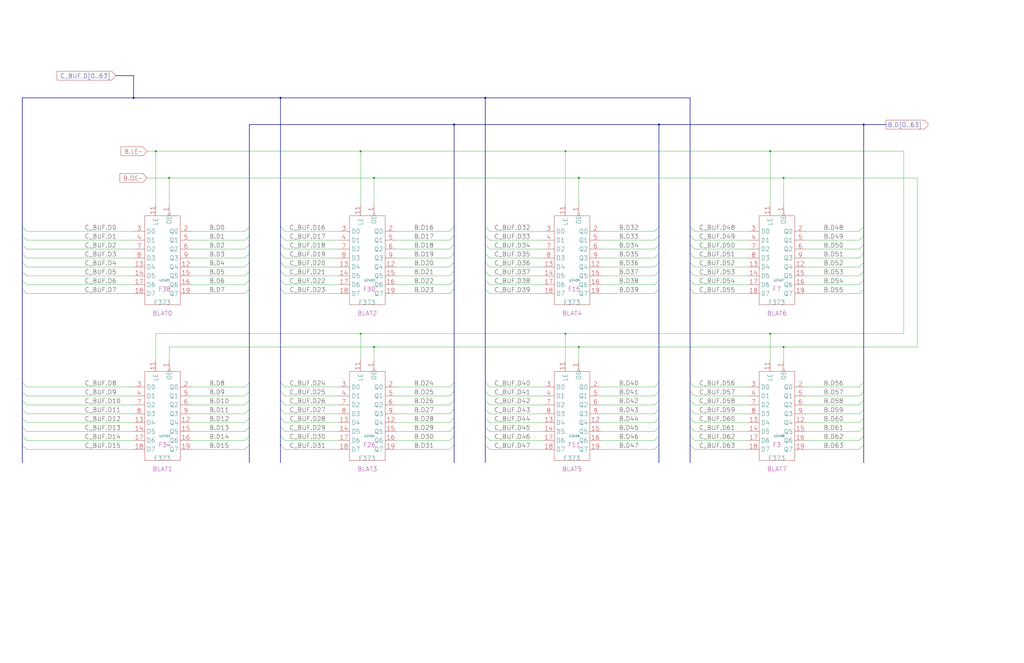
<source format=kicad_sch>
(kicad_sch (version 20250114) (generator "eeschema") (generator_version "9.0")
  (paper "User" 584.2 378.46)
  (title_block (title "B LATCH") (date "15-MAR-90") (rev "1.0") (comment 1 "TYPE") (comment 2 "232-003062") (comment 3 "S400") (comment 4 "RELEASED"))
  (lib_symbols
    (symbol "r1000:F373" (pin_names (offset 1.016))
      (property "Reference" "U" (at 2.54 5.08 0))
      (property "Value" "F373" (at -3.81 -7.62 0))
      (property "Location" "___" (at -1.27 0 0))
      (property "Name" "______" (at 1.27 -15.24 0))
      (symbol "F373_1_1"
        (rectangle (start -8.89 41.91) (end 11.43 -8.89))
        (circle (center 5.08 42.545) (radius 0.635))
        (pin input line (at -15.24 33.02 0) (length 6.35) (name "D0") (number "3"))
        (pin input line (at -15.24 27.94 0) (length 6.35) (name "D1") (number "4"))
        (pin input line (at -15.24 22.86 0) (length 6.35) (name "D2") (number "7"))
        (pin input line (at -15.24 17.78 0) (length 6.35) (name "D3") (number "8"))
        (pin input line (at -15.24 12.7 0) (length 6.35) (name "D4") (number "13"))
        (pin input line (at -15.24 7.62 0) (length 6.35) (name "D5") (number "14"))
        (pin input line (at -15.24 2.54 0) (length 6.35) (name "D6") (number "17"))
        (pin input line (at -15.24 -2.54 0) (length 6.35) (name "D7") (number "18"))
        (pin input line (at -2.54 48.26 270) (length 6.35) (name "LE") (number "11"))
        (pin input line (at 5.08 48.26 270) (length 5.08) (name "OE") (number "1"))
        (pin tri_state line (at 17.78 33.02 180) (length 6.35) (name "Q0") (number "2"))
        (pin tri_state line (at 17.78 27.94 180) (length 6.35) (name "Q1") (number "5"))
        (pin tri_state line (at 17.78 22.86 180) (length 6.35) (name "Q2") (number "6"))
        (pin tri_state line (at 17.78 17.78 180) (length 6.35) (name "Q3") (number "9"))
        (pin tri_state line (at 17.78 12.7 180) (length 6.35) (name "Q4") (number "12"))
        (pin tri_state line (at 17.78 7.62 180) (length 6.35) (name "Q5") (number "15"))
        (pin tri_state line (at 17.78 2.54 180) (length 6.35) (name "Q6") (number "16"))
        (pin tri_state line (at 17.78 -2.54 180) (length 6.35) (name "Q7") (number "19"))
      )
    )
  )
  (junction (at 76.2 55.88))
  (junction (at 276.86 55.88))
  (junction (at 213.36 198.12))
  (junction (at 447.04 198.12))
  (junction (at 259.08 71.12))
  (junction (at 88.9 86.36))
  (junction (at 447.04 101.6))
  (junction (at 96.52 101.6))
  (junction (at 205.74 190.5))
  (junction (at 160.02 55.88))
  (junction (at 375.92 71.12))
  (junction (at 439.42 86.36))
  (junction (at 330.2 101.6))
  (junction (at 322.58 86.36))
  (junction (at 205.74 86.36))
  (junction (at 213.36 101.6))
  (junction (at 322.58 190.5))
  (junction (at 439.42 190.5))
  (junction (at 330.2 198.12))
  (junction (at 492.76 71.12))
  (bus_entry (at 492.76 154.94) (size -2.54 2.54))
  (bus_entry (at 492.76 134.62) (size -2.54 2.54))
  (bus_entry (at 12.7 160.02) (size 2.54 2.54))
  (bus_entry (at 393.7 228.6) (size 2.54 2.54))
  (bus_entry (at 142.24 228.6) (size -2.54 2.54))
  (bus_entry (at 142.24 218.44) (size -2.54 2.54))
  (bus_entry (at 259.08 134.62) (size -2.54 2.54))
  (bus_entry (at 375.92 154.94) (size -2.54 2.54))
  (bus_entry (at 375.92 223.52) (size -2.54 2.54))
  (bus_entry (at 492.76 228.6) (size -2.54 2.54))
  (bus_entry (at 276.86 149.86) (size 2.54 2.54))
  (bus_entry (at 276.86 254) (size 2.54 2.54))
  (bus_entry (at 393.7 233.68) (size 2.54 2.54))
  (bus_entry (at 375.92 160.02) (size -2.54 2.54))
  (bus_entry (at 492.76 248.92) (size -2.54 2.54))
  (bus_entry (at 12.7 129.54) (size 2.54 2.54))
  (bus_entry (at 142.24 238.76) (size -2.54 2.54))
  (bus_entry (at 142.24 134.62) (size -2.54 2.54))
  (bus_entry (at 142.24 149.86) (size -2.54 2.54))
  (bus_entry (at 276.86 165.1) (size 2.54 2.54))
  (bus_entry (at 142.24 139.7) (size -2.54 2.54))
  (bus_entry (at 276.86 154.94) (size 2.54 2.54))
  (bus_entry (at 492.76 218.44) (size -2.54 2.54))
  (bus_entry (at 375.92 254) (size -2.54 2.54))
  (bus_entry (at 160.02 139.7) (size 2.54 2.54))
  (bus_entry (at 259.08 254) (size -2.54 2.54))
  (bus_entry (at 375.92 149.86) (size -2.54 2.54))
  (bus_entry (at 276.86 248.92) (size 2.54 2.54))
  (bus_entry (at 142.24 254) (size -2.54 2.54))
  (bus_entry (at 375.92 165.1) (size -2.54 2.54))
  (bus_entry (at 375.92 134.62) (size -2.54 2.54))
  (bus_entry (at 375.92 238.76) (size -2.54 2.54))
  (bus_entry (at 160.02 129.54) (size 2.54 2.54))
  (bus_entry (at 375.92 129.54) (size -2.54 2.54))
  (bus_entry (at 160.02 144.78) (size 2.54 2.54))
  (bus_entry (at 160.02 160.02) (size 2.54 2.54))
  (bus_entry (at 12.7 154.94) (size 2.54 2.54))
  (bus_entry (at 375.92 139.7) (size -2.54 2.54))
  (bus_entry (at 259.08 139.7) (size -2.54 2.54))
  (bus_entry (at 259.08 238.76) (size -2.54 2.54))
  (bus_entry (at 142.24 144.78) (size -2.54 2.54))
  (bus_entry (at 492.76 254) (size -2.54 2.54))
  (bus_entry (at 393.7 238.76) (size 2.54 2.54))
  (bus_entry (at 12.7 218.44) (size 2.54 2.54))
  (bus_entry (at 142.24 223.52) (size -2.54 2.54))
  (bus_entry (at 142.24 248.92) (size -2.54 2.54))
  (bus_entry (at 492.76 238.76) (size -2.54 2.54))
  (bus_entry (at 375.92 243.84) (size -2.54 2.54))
  (bus_entry (at 259.08 144.78) (size -2.54 2.54))
  (bus_entry (at 276.86 218.44) (size 2.54 2.54))
  (bus_entry (at 393.7 149.86) (size 2.54 2.54))
  (bus_entry (at 276.86 238.76) (size 2.54 2.54))
  (bus_entry (at 12.7 228.6) (size 2.54 2.54))
  (bus_entry (at 160.02 218.44) (size 2.54 2.54))
  (bus_entry (at 393.7 248.92) (size 2.54 2.54))
  (bus_entry (at 276.86 144.78) (size 2.54 2.54))
  (bus_entry (at 393.7 165.1) (size 2.54 2.54))
  (bus_entry (at 259.08 218.44) (size -2.54 2.54))
  (bus_entry (at 375.92 144.78) (size -2.54 2.54))
  (bus_entry (at 12.7 243.84) (size 2.54 2.54))
  (bus_entry (at 393.7 139.7) (size 2.54 2.54))
  (bus_entry (at 259.08 243.84) (size -2.54 2.54))
  (bus_entry (at 142.24 165.1) (size -2.54 2.54))
  (bus_entry (at 492.76 165.1) (size -2.54 2.54))
  (bus_entry (at 393.7 144.78) (size 2.54 2.54))
  (bus_entry (at 142.24 160.02) (size -2.54 2.54))
  (bus_entry (at 393.7 223.52) (size 2.54 2.54))
  (bus_entry (at 12.7 223.52) (size 2.54 2.54))
  (bus_entry (at 276.86 134.62) (size 2.54 2.54))
  (bus_entry (at 160.02 165.1) (size 2.54 2.54))
  (bus_entry (at 492.76 223.52) (size -2.54 2.54))
  (bus_entry (at 492.76 149.86) (size -2.54 2.54))
  (bus_entry (at 375.92 233.68) (size -2.54 2.54))
  (bus_entry (at 393.7 243.84) (size 2.54 2.54))
  (bus_entry (at 259.08 228.6) (size -2.54 2.54))
  (bus_entry (at 142.24 233.68) (size -2.54 2.54))
  (bus_entry (at 393.7 129.54) (size 2.54 2.54))
  (bus_entry (at 142.24 243.84) (size -2.54 2.54))
  (bus_entry (at 259.08 160.02) (size -2.54 2.54))
  (bus_entry (at 492.76 233.68) (size -2.54 2.54))
  (bus_entry (at 276.86 228.6) (size 2.54 2.54))
  (bus_entry (at 142.24 154.94) (size -2.54 2.54))
  (bus_entry (at 375.92 248.92) (size -2.54 2.54))
  (bus_entry (at 393.7 160.02) (size 2.54 2.54))
  (bus_entry (at 276.86 223.52) (size 2.54 2.54))
  (bus_entry (at 375.92 218.44) (size -2.54 2.54))
  (bus_entry (at 276.86 129.54) (size 2.54 2.54))
  (bus_entry (at 276.86 233.68) (size 2.54 2.54))
  (bus_entry (at 393.7 134.62) (size 2.54 2.54))
  (bus_entry (at 12.7 144.78) (size 2.54 2.54))
  (bus_entry (at 259.08 248.92) (size -2.54 2.54))
  (bus_entry (at 12.7 248.92) (size 2.54 2.54))
  (bus_entry (at 12.7 238.76) (size 2.54 2.54))
  (bus_entry (at 492.76 129.54) (size -2.54 2.54))
  (bus_entry (at 160.02 154.94) (size 2.54 2.54))
  (bus_entry (at 142.24 129.54) (size -2.54 2.54))
  (bus_entry (at 12.7 165.1) (size 2.54 2.54))
  (bus_entry (at 259.08 223.52) (size -2.54 2.54))
  (bus_entry (at 12.7 149.86) (size 2.54 2.54))
  (bus_entry (at 492.76 243.84) (size -2.54 2.54))
  (bus_entry (at 160.02 223.52) (size 2.54 2.54))
  (bus_entry (at 160.02 248.92) (size 2.54 2.54))
  (bus_entry (at 259.08 165.1) (size -2.54 2.54))
  (bus_entry (at 375.92 228.6) (size -2.54 2.54))
  (bus_entry (at 160.02 149.86) (size 2.54 2.54))
  (bus_entry (at 12.7 139.7) (size 2.54 2.54))
  (bus_entry (at 492.76 139.7) (size -2.54 2.54))
  (bus_entry (at 160.02 254) (size 2.54 2.54))
  (bus_entry (at 492.76 144.78) (size -2.54 2.54))
  (bus_entry (at 259.08 154.94) (size -2.54 2.54))
  (bus_entry (at 160.02 228.6) (size 2.54 2.54))
  (bus_entry (at 12.7 233.68) (size 2.54 2.54))
  (bus_entry (at 160.02 243.84) (size 2.54 2.54))
  (bus_entry (at 393.7 254) (size 2.54 2.54))
  (bus_entry (at 12.7 134.62) (size 2.54 2.54))
  (bus_entry (at 160.02 238.76) (size 2.54 2.54))
  (bus_entry (at 276.86 160.02) (size 2.54 2.54))
  (bus_entry (at 259.08 149.86) (size -2.54 2.54))
  (bus_entry (at 276.86 243.84) (size 2.54 2.54))
  (bus_entry (at 492.76 160.02) (size -2.54 2.54))
  (bus_entry (at 276.86 139.7) (size 2.54 2.54))
  (bus_entry (at 160.02 233.68) (size 2.54 2.54))
  (bus_entry (at 393.7 218.44) (size 2.54 2.54))
  (bus_entry (at 12.7 254) (size 2.54 2.54))
  (bus_entry (at 259.08 233.68) (size -2.54 2.54))
  (bus_entry (at 160.02 134.62) (size 2.54 2.54))
  (bus_entry (at 393.7 154.94) (size 2.54 2.54))
  (bus_entry (at 259.08 129.54) (size -2.54 2.54))
  (bus (pts (xy 142.24 218.44) (xy 142.24 223.52)))
  (bus (pts (xy 393.7 233.68) (xy 393.7 238.76)))
  (wire (pts (xy 447.04 198.12) (xy 330.2 198.12)))
  (wire (pts (xy 342.9 226.06) (xy 373.38 226.06)))
  (bus (pts (xy 259.08 218.44) (xy 259.08 223.52)))
  (bus (pts (xy 492.76 149.86) (xy 492.76 154.94)))
  (wire (pts (xy 96.52 198.12) (xy 96.52 205.74)))
  (bus (pts (xy 259.08 154.94) (xy 259.08 160.02)))
  (bus (pts (xy 12.7 223.52) (xy 12.7 228.6)))
  (bus (pts (xy 276.86 254) (xy 276.86 264.16)))
  (bus (pts (xy 12.7 243.84) (xy 12.7 248.92)))
  (wire (pts (xy 226.06 137.16) (xy 256.54 137.16)))
  (bus (pts (xy 142.24 243.84) (xy 142.24 248.92)))
  (bus (pts (xy 276.86 223.52) (xy 276.86 228.6)))
  (wire (pts (xy 162.56 256.54) (xy 193.04 256.54)))
  (wire (pts (xy 279.4 226.06) (xy 309.88 226.06)))
  (bus (pts (xy 259.08 71.12) (xy 259.08 129.54)))
  (wire (pts (xy 162.56 167.64) (xy 193.04 167.64)))
  (wire (pts (xy 330.2 101.6) (xy 447.04 101.6)))
  (wire (pts (xy 342.9 147.32) (xy 373.38 147.32)))
  (wire (pts (xy 330.2 198.12) (xy 330.2 205.74)))
  (wire (pts (xy 109.22 231.14) (xy 139.7 231.14)))
  (bus (pts (xy 12.7 139.7) (xy 12.7 144.78)))
  (bus (pts (xy 160.02 139.7) (xy 160.02 144.78)))
  (wire (pts (xy 109.22 241.3) (xy 139.7 241.3)))
  (wire (pts (xy 342.9 142.24) (xy 373.38 142.24)))
  (wire (pts (xy 396.24 241.3) (xy 426.72 241.3)))
  (wire (pts (xy 459.74 142.24) (xy 490.22 142.24)))
  (bus (pts (xy 276.86 55.88) (xy 276.86 129.54)))
  (bus (pts (xy 12.7 129.54) (xy 12.7 134.62)))
  (wire (pts (xy 213.36 198.12) (xy 96.52 198.12)))
  (wire (pts (xy 15.24 256.54) (xy 76.2 256.54)))
  (bus (pts (xy 259.08 144.78) (xy 259.08 149.86)))
  (bus (pts (xy 492.76 248.92) (xy 492.76 254)))
  (bus (pts (xy 160.02 223.52) (xy 160.02 228.6)))
  (bus (pts (xy 142.24 149.86) (xy 142.24 154.94)))
  (bus (pts (xy 142.24 160.02) (xy 142.24 165.1)))
  (wire (pts (xy 342.9 220.98) (xy 373.38 220.98)))
  (wire (pts (xy 279.4 162.56) (xy 309.88 162.56)))
  (wire (pts (xy 459.74 152.4) (xy 490.22 152.4)))
  (bus (pts (xy 160.02 134.62) (xy 160.02 139.7)))
  (wire (pts (xy 15.24 157.48) (xy 76.2 157.48)))
  (wire (pts (xy 226.06 256.54) (xy 256.54 256.54)))
  (bus (pts (xy 276.86 243.84) (xy 276.86 248.92)))
  (bus (pts (xy 259.08 248.92) (xy 259.08 254)))
  (wire (pts (xy 15.24 167.64) (xy 76.2 167.64)))
  (wire (pts (xy 15.24 142.24) (xy 76.2 142.24)))
  (wire (pts (xy 447.04 101.6) (xy 447.04 116.84)))
  (bus (pts (xy 142.24 129.54) (xy 142.24 134.62)))
  (bus (pts (xy 276.86 165.1) (xy 276.86 218.44)))
  (wire (pts (xy 396.24 231.14) (xy 426.72 231.14)))
  (bus (pts (xy 259.08 228.6) (xy 259.08 233.68)))
  (wire (pts (xy 523.24 101.6) (xy 523.24 198.12)))
  (bus (pts (xy 276.86 149.86) (xy 276.86 154.94)))
  (bus (pts (xy 276.86 55.88) (xy 393.7 55.88)))
  (bus (pts (xy 492.76 223.52) (xy 492.76 228.6)))
  (wire (pts (xy 342.9 256.54) (xy 373.38 256.54)))
  (wire (pts (xy 279.4 132.08) (xy 309.88 132.08)))
  (wire (pts (xy 15.24 162.56) (xy 76.2 162.56)))
  (wire (pts (xy 330.2 198.12) (xy 213.36 198.12)))
  (bus (pts (xy 259.08 165.1) (xy 259.08 218.44)))
  (wire (pts (xy 396.24 137.16) (xy 426.72 137.16)))
  (bus (pts (xy 393.7 254) (xy 393.7 264.16)))
  (wire (pts (xy 162.56 132.08) (xy 193.04 132.08)))
  (bus (pts (xy 259.08 71.12) (xy 375.92 71.12)))
  (bus (pts (xy 492.76 238.76) (xy 492.76 243.84)))
  (wire (pts (xy 279.4 142.24) (xy 309.88 142.24)))
  (wire (pts (xy 226.06 241.3) (xy 256.54 241.3)))
  (bus (pts (xy 375.92 218.44) (xy 375.92 223.52)))
  (bus (pts (xy 492.76 154.94) (xy 492.76 160.02)))
  (bus (pts (xy 76.2 43.18) (xy 76.2 55.88)))
  (wire (pts (xy 439.42 190.5) (xy 322.58 190.5)))
  (wire (pts (xy 109.22 142.24) (xy 139.7 142.24)))
  (bus (pts (xy 375.92 223.52) (xy 375.92 228.6)))
  (wire (pts (xy 226.06 231.14) (xy 256.54 231.14)))
  (bus (pts (xy 393.7 134.62) (xy 393.7 139.7)))
  (wire (pts (xy 96.52 101.6) (xy 96.52 116.84)))
  (bus (pts (xy 375.92 154.94) (xy 375.92 160.02)))
  (bus (pts (xy 276.86 228.6) (xy 276.86 233.68)))
  (wire (pts (xy 226.06 246.38) (xy 256.54 246.38)))
  (wire (pts (xy 279.4 147.32) (xy 309.88 147.32)))
  (wire (pts (xy 109.22 226.06) (xy 139.7 226.06)))
  (bus (pts (xy 375.92 129.54) (xy 375.92 134.62)))
  (bus (pts (xy 492.76 243.84) (xy 492.76 248.92)))
  (wire (pts (xy 459.74 226.06) (xy 490.22 226.06)))
  (wire (pts (xy 162.56 241.3) (xy 193.04 241.3)))
  (wire (pts (xy 15.24 137.16) (xy 76.2 137.16)))
  (wire (pts (xy 109.22 251.46) (xy 139.7 251.46)))
  (bus (pts (xy 160.02 55.88) (xy 276.86 55.88)))
  (wire (pts (xy 109.22 162.56) (xy 139.7 162.56)))
  (wire (pts (xy 15.24 246.38) (xy 76.2 246.38)))
  (bus (pts (xy 76.2 55.88) (xy 160.02 55.88)))
  (wire (pts (xy 205.74 190.5) (xy 205.74 205.74)))
  (wire (pts (xy 342.9 152.4) (xy 373.38 152.4)))
  (wire (pts (xy 109.22 152.4) (xy 139.7 152.4)))
  (wire (pts (xy 205.74 86.36) (xy 205.74 116.84)))
  (wire (pts (xy 342.9 236.22) (xy 373.38 236.22)))
  (bus (pts (xy 492.76 71.12) (xy 492.76 129.54)))
  (bus (pts (xy 393.7 223.52) (xy 393.7 228.6)))
  (bus (pts (xy 160.02 248.92) (xy 160.02 254)))
  (wire (pts (xy 162.56 152.4) (xy 193.04 152.4)))
  (bus (pts (xy 12.7 254) (xy 12.7 264.16)))
  (bus (pts (xy 492.76 139.7) (xy 492.76 144.78)))
  (bus (pts (xy 142.24 139.7) (xy 142.24 144.78)))
  (bus (pts (xy 492.76 144.78) (xy 492.76 149.86)))
  (bus (pts (xy 142.24 134.62) (xy 142.24 139.7)))
  (wire (pts (xy 279.4 236.22) (xy 309.88 236.22)))
  (wire (pts (xy 162.56 251.46) (xy 193.04 251.46)))
  (wire (pts (xy 226.06 157.48) (xy 256.54 157.48)))
  (wire (pts (xy 213.36 101.6) (xy 330.2 101.6)))
  (wire (pts (xy 213.36 101.6) (xy 213.36 116.84)))
  (wire (pts (xy 396.24 157.48) (xy 426.72 157.48)))
  (bus (pts (xy 142.24 165.1) (xy 142.24 218.44)))
  (wire (pts (xy 279.4 220.98) (xy 309.88 220.98)))
  (bus (pts (xy 12.7 134.62) (xy 12.7 139.7)))
  (bus (pts (xy 142.24 144.78) (xy 142.24 149.86)))
  (wire (pts (xy 396.24 147.32) (xy 426.72 147.32)))
  (bus (pts (xy 375.92 71.12) (xy 375.92 129.54)))
  (wire (pts (xy 279.4 251.46) (xy 309.88 251.46)))
  (bus (pts (xy 492.76 71.12) (xy 505.46 71.12)))
  (wire (pts (xy 396.24 256.54) (xy 426.72 256.54)))
  (bus (pts (xy 375.92 160.02) (xy 375.92 165.1)))
  (bus (pts (xy 12.7 160.02) (xy 12.7 165.1)))
  (wire (pts (xy 342.9 137.16) (xy 373.38 137.16)))
  (wire (pts (xy 15.24 241.3) (xy 76.2 241.3)))
  (wire (pts (xy 279.4 167.64) (xy 309.88 167.64)))
  (bus (pts (xy 492.76 134.62) (xy 492.76 139.7)))
  (wire (pts (xy 447.04 101.6) (xy 523.24 101.6)))
  (wire (pts (xy 162.56 226.06) (xy 193.04 226.06)))
  (wire (pts (xy 15.24 147.32) (xy 76.2 147.32)))
  (bus (pts (xy 276.86 248.92) (xy 276.86 254)))
  (wire (pts (xy 109.22 167.64) (xy 139.7 167.64)))
  (wire (pts (xy 439.42 86.36) (xy 515.62 86.36)))
  (bus (pts (xy 375.92 139.7) (xy 375.92 144.78)))
  (bus (pts (xy 12.7 144.78) (xy 12.7 149.86)))
  (bus (pts (xy 276.86 144.78) (xy 276.86 149.86)))
  (bus (pts (xy 492.76 218.44) (xy 492.76 223.52)))
  (bus (pts (xy 393.7 129.54) (xy 393.7 134.62)))
  (bus (pts (xy 393.7 218.44) (xy 393.7 223.52)))
  (bus (pts (xy 393.7 154.94) (xy 393.7 160.02)))
  (wire (pts (xy 109.22 246.38) (xy 139.7 246.38)))
  (bus (pts (xy 393.7 243.84) (xy 393.7 248.92)))
  (wire (pts (xy 459.74 246.38) (xy 490.22 246.38)))
  (wire (pts (xy 109.22 132.08) (xy 139.7 132.08)))
  (wire (pts (xy 109.22 256.54) (xy 139.7 256.54)))
  (wire (pts (xy 459.74 157.48) (xy 490.22 157.48)))
  (wire (pts (xy 515.62 190.5) (xy 439.42 190.5)))
  (bus (pts (xy 142.24 228.6) (xy 142.24 233.68)))
  (wire (pts (xy 515.62 86.36) (xy 515.62 190.5)))
  (bus (pts (xy 160.02 254) (xy 160.02 264.16)))
  (bus (pts (xy 492.76 160.02) (xy 492.76 165.1)))
  (wire (pts (xy 279.4 246.38) (xy 309.88 246.38)))
  (wire (pts (xy 83.82 101.6) (xy 96.52 101.6)))
  (bus (pts (xy 142.24 254) (xy 142.24 264.16)))
  (bus (pts (xy 393.7 55.88) (xy 393.7 129.54)))
  (wire (pts (xy 396.24 167.64) (xy 426.72 167.64)))
  (wire (pts (xy 459.74 137.16) (xy 490.22 137.16)))
  (wire (pts (xy 447.04 198.12) (xy 447.04 205.74)))
  (wire (pts (xy 15.24 220.98) (xy 76.2 220.98)))
  (wire (pts (xy 342.9 251.46) (xy 373.38 251.46)))
  (wire (pts (xy 109.22 147.32) (xy 139.7 147.32)))
  (bus (pts (xy 142.24 223.52) (xy 142.24 228.6)))
  (wire (pts (xy 459.74 167.64) (xy 490.22 167.64)))
  (bus (pts (xy 160.02 238.76) (xy 160.02 243.84)))
  (wire (pts (xy 109.22 236.22) (xy 139.7 236.22)))
  (bus (pts (xy 393.7 248.92) (xy 393.7 254)))
  (wire (pts (xy 162.56 162.56) (xy 193.04 162.56)))
  (wire (pts (xy 15.24 251.46) (xy 76.2 251.46)))
  (wire (pts (xy 279.4 157.48) (xy 309.88 157.48)))
  (wire (pts (xy 322.58 190.5) (xy 322.58 205.74)))
  (bus (pts (xy 259.08 223.52) (xy 259.08 228.6)))
  (bus (pts (xy 12.7 165.1) (xy 12.7 218.44)))
  (bus (pts (xy 276.86 134.62) (xy 276.86 139.7)))
  (wire (pts (xy 83.82 86.36) (xy 88.9 86.36)))
  (wire (pts (xy 396.24 152.4) (xy 426.72 152.4)))
  (wire (pts (xy 88.9 86.36) (xy 205.74 86.36)))
  (wire (pts (xy 226.06 147.32) (xy 256.54 147.32)))
  (wire (pts (xy 15.24 226.06) (xy 76.2 226.06)))
  (bus (pts (xy 142.24 154.94) (xy 142.24 160.02)))
  (bus (pts (xy 375.92 248.92) (xy 375.92 254)))
  (wire (pts (xy 226.06 142.24) (xy 256.54 142.24)))
  (wire (pts (xy 226.06 251.46) (xy 256.54 251.46)))
  (bus (pts (xy 393.7 238.76) (xy 393.7 243.84)))
  (wire (pts (xy 459.74 236.22) (xy 490.22 236.22)))
  (bus (pts (xy 492.76 233.68) (xy 492.76 238.76)))
  (wire (pts (xy 88.9 86.36) (xy 88.9 116.84)))
  (bus (pts (xy 160.02 160.02) (xy 160.02 165.1)))
  (bus (pts (xy 12.7 228.6) (xy 12.7 233.68)))
  (bus (pts (xy 160.02 233.68) (xy 160.02 238.76)))
  (bus (pts (xy 375.92 144.78) (xy 375.92 149.86)))
  (wire (pts (xy 226.06 220.98) (xy 256.54 220.98)))
  (wire (pts (xy 459.74 147.32) (xy 490.22 147.32)))
  (wire (pts (xy 88.9 190.5) (xy 88.9 205.74)))
  (bus (pts (xy 259.08 139.7) (xy 259.08 144.78)))
  (wire (pts (xy 396.24 142.24) (xy 426.72 142.24)))
  (wire (pts (xy 226.06 132.08) (xy 256.54 132.08)))
  (bus (pts (xy 259.08 233.68) (xy 259.08 238.76)))
  (wire (pts (xy 342.9 241.3) (xy 373.38 241.3)))
  (bus (pts (xy 492.76 254) (xy 492.76 264.16)))
  (wire (pts (xy 279.4 241.3) (xy 309.88 241.3)))
  (bus (pts (xy 160.02 144.78) (xy 160.02 149.86)))
  (wire (pts (xy 342.9 246.38) (xy 373.38 246.38)))
  (bus (pts (xy 276.86 129.54) (xy 276.86 134.62)))
  (wire (pts (xy 342.9 162.56) (xy 373.38 162.56)))
  (wire (pts (xy 322.58 190.5) (xy 205.74 190.5)))
  (bus (pts (xy 276.86 218.44) (xy 276.86 223.52)))
  (bus (pts (xy 160.02 154.94) (xy 160.02 160.02)))
  (wire (pts (xy 226.06 152.4) (xy 256.54 152.4)))
  (wire (pts (xy 109.22 220.98) (xy 139.7 220.98)))
  (bus (pts (xy 160.02 243.84) (xy 160.02 248.92)))
  (wire (pts (xy 226.06 226.06) (xy 256.54 226.06)))
  (wire (pts (xy 15.24 236.22) (xy 76.2 236.22)))
  (wire (pts (xy 226.06 162.56) (xy 256.54 162.56)))
  (bus (pts (xy 160.02 149.86) (xy 160.02 154.94)))
  (bus (pts (xy 160.02 165.1) (xy 160.02 218.44)))
  (wire (pts (xy 162.56 147.32) (xy 193.04 147.32)))
  (wire (pts (xy 396.24 132.08) (xy 426.72 132.08)))
  (bus (pts (xy 160.02 218.44) (xy 160.02 223.52)))
  (bus (pts (xy 12.7 238.76) (xy 12.7 243.84)))
  (bus (pts (xy 12.7 248.92) (xy 12.7 254)))
  (bus (pts (xy 393.7 144.78) (xy 393.7 149.86)))
  (bus (pts (xy 259.08 134.62) (xy 259.08 139.7)))
  (bus (pts (xy 375.92 149.86) (xy 375.92 154.94)))
  (wire (pts (xy 459.74 220.98) (xy 490.22 220.98)))
  (wire (pts (xy 396.24 251.46) (xy 426.72 251.46)))
  (bus (pts (xy 142.24 233.68) (xy 142.24 238.76)))
  (wire (pts (xy 162.56 236.22) (xy 193.04 236.22)))
  (wire (pts (xy 459.74 256.54) (xy 490.22 256.54)))
  (bus (pts (xy 142.24 71.12) (xy 259.08 71.12)))
  (bus (pts (xy 259.08 129.54) (xy 259.08 134.62)))
  (bus (pts (xy 492.76 228.6) (xy 492.76 233.68)))
  (bus (pts (xy 393.7 160.02) (xy 393.7 165.1)))
  (bus (pts (xy 12.7 55.88) (xy 12.7 129.54)))
  (bus (pts (xy 276.86 139.7) (xy 276.86 144.78)))
  (bus (pts (xy 259.08 149.86) (xy 259.08 154.94)))
  (bus (pts (xy 276.86 233.68) (xy 276.86 238.76)))
  (wire (pts (xy 162.56 246.38) (xy 193.04 246.38)))
  (bus (pts (xy 259.08 160.02) (xy 259.08 165.1)))
  (wire (pts (xy 396.24 220.98) (xy 426.72 220.98)))
  (bus (pts (xy 12.7 154.94) (xy 12.7 160.02)))
  (wire (pts (xy 226.06 236.22) (xy 256.54 236.22)))
  (bus (pts (xy 276.86 160.02) (xy 276.86 165.1)))
  (bus (pts (xy 259.08 238.76) (xy 259.08 243.84)))
  (wire (pts (xy 330.2 101.6) (xy 330.2 116.84)))
  (wire (pts (xy 396.24 246.38) (xy 426.72 246.38)))
  (bus (pts (xy 375.92 254) (xy 375.92 264.16)))
  (bus (pts (xy 393.7 149.86) (xy 393.7 154.94)))
  (wire (pts (xy 109.22 137.16) (xy 139.7 137.16)))
  (wire (pts (xy 162.56 137.16) (xy 193.04 137.16)))
  (wire (pts (xy 342.9 167.64) (xy 373.38 167.64)))
  (wire (pts (xy 459.74 132.08) (xy 490.22 132.08)))
  (wire (pts (xy 213.36 198.12) (xy 213.36 205.74)))
  (wire (pts (xy 15.24 152.4) (xy 76.2 152.4)))
  (wire (pts (xy 279.4 256.54) (xy 309.88 256.54)))
  (bus (pts (xy 160.02 129.54) (xy 160.02 134.62)))
  (wire (pts (xy 439.42 190.5) (xy 439.42 205.74)))
  (wire (pts (xy 279.4 152.4) (xy 309.88 152.4)))
  (wire (pts (xy 162.56 220.98) (xy 193.04 220.98)))
  (wire (pts (xy 205.74 190.5) (xy 88.9 190.5)))
  (bus (pts (xy 393.7 165.1) (xy 393.7 218.44)))
  (wire (pts (xy 342.9 157.48) (xy 373.38 157.48)))
  (bus (pts (xy 12.7 55.88) (xy 76.2 55.88)))
  (bus (pts (xy 375.92 228.6) (xy 375.92 233.68)))
  (wire (pts (xy 396.24 162.56) (xy 426.72 162.56)))
  (wire (pts (xy 459.74 231.14) (xy 490.22 231.14)))
  (bus (pts (xy 259.08 254) (xy 259.08 264.16)))
  (wire (pts (xy 396.24 236.22) (xy 426.72 236.22)))
  (wire (pts (xy 96.52 101.6) (xy 213.36 101.6)))
  (bus (pts (xy 142.24 248.92) (xy 142.24 254)))
  (bus (pts (xy 375.92 71.12) (xy 492.76 71.12)))
  (bus (pts (xy 375.92 243.84) (xy 375.92 248.92)))
  (bus (pts (xy 492.76 165.1) (xy 492.76 218.44)))
  (bus (pts (xy 160.02 228.6) (xy 160.02 233.68)))
  (bus (pts (xy 142.24 238.76) (xy 142.24 243.84)))
  (bus (pts (xy 276.86 154.94) (xy 276.86 160.02)))
  (wire (pts (xy 459.74 241.3) (xy 490.22 241.3)))
  (wire (pts (xy 523.24 198.12) (xy 447.04 198.12)))
  (bus (pts (xy 142.24 71.12) (xy 142.24 129.54)))
  (wire (pts (xy 162.56 231.14) (xy 193.04 231.14)))
  (wire (pts (xy 342.9 231.14) (xy 373.38 231.14)))
  (bus (pts (xy 66.04 43.18) (xy 76.2 43.18)))
  (bus (pts (xy 259.08 243.84) (xy 259.08 248.92)))
  (bus (pts (xy 12.7 218.44) (xy 12.7 223.52)))
  (bus (pts (xy 375.92 134.62) (xy 375.92 139.7)))
  (wire (pts (xy 15.24 132.08) (xy 76.2 132.08)))
  (wire (pts (xy 162.56 142.24) (xy 193.04 142.24)))
  (wire (pts (xy 459.74 251.46) (xy 490.22 251.46)))
  (bus (pts (xy 393.7 139.7) (xy 393.7 144.78)))
  (wire (pts (xy 396.24 226.06) (xy 426.72 226.06)))
  (bus (pts (xy 393.7 228.6) (xy 393.7 233.68)))
  (wire (pts (xy 439.42 86.36) (xy 439.42 116.84)))
  (bus (pts (xy 375.92 165.1) (xy 375.92 218.44)))
  (wire (pts (xy 342.9 132.08) (xy 373.38 132.08)))
  (wire (pts (xy 322.58 86.36) (xy 322.58 116.84)))
  (wire (pts (xy 162.56 157.48) (xy 193.04 157.48)))
  (bus (pts (xy 276.86 238.76) (xy 276.86 243.84)))
  (wire (pts (xy 322.58 86.36) (xy 439.42 86.36)))
  (wire (pts (xy 226.06 167.64) (xy 256.54 167.64)))
  (wire (pts (xy 279.4 137.16) (xy 309.88 137.16)))
  (bus (pts (xy 492.76 129.54) (xy 492.76 134.62)))
  (bus (pts (xy 12.7 149.86) (xy 12.7 154.94)))
  (wire (pts (xy 109.22 157.48) (xy 139.7 157.48)))
  (wire (pts (xy 279.4 231.14) (xy 309.88 231.14)))
  (bus (pts (xy 375.92 238.76) (xy 375.92 243.84)))
  (wire (pts (xy 205.74 86.36) (xy 322.58 86.36)))
  (wire (pts (xy 459.74 162.56) (xy 490.22 162.56)))
  (bus (pts (xy 375.92 233.68) (xy 375.92 238.76)))
  (wire (pts (xy 15.24 231.14) (xy 76.2 231.14)))
  (bus (pts (xy 12.7 233.68) (xy 12.7 238.76)))
  (bus (pts (xy 160.02 55.88) (xy 160.02 129.54)))
  (label "C_BUF.D48" (at 398.78 132.08 0) (effects (font (size 2.54 2.54))))
  (label "C_BUF.D33" (at 281.94 137.16 0) (effects (font (size 2.54 2.54))))
  (label "C_BUF.D4" (at 48.26 152.4 0) (effects (font (size 2.54 2.54))))
  (label "C_BUF.D5" (at 48.26 157.48 0) (effects (font (size 2.54 2.54))))
  (label "B.D24" (at 236.22 220.98 0) (effects (font (size 2.54 2.54))))
  (label "B.D51" (at 469.9 147.32 0) (effects (font (size 2.54 2.54))))
  (label "C_BUF.D54" (at 398.78 162.56 0) (effects (font (size 2.54 2.54))))
  (label "B.D6" (at 119.38 162.56 0) (effects (font (size 2.54 2.54))))
  (label "C_BUF.D0" (at 48.26 132.08 0) (effects (font (size 2.54 2.54))))
  (label "C_BUF.D40" (at 281.94 220.98 0) (effects (font (size 2.54 2.54))))
  (label "B.D33" (at 353.06 137.16 0) (effects (font (size 2.54 2.54))))
  (label "B.D4" (at 119.38 152.4 0) (effects (font (size 2.54 2.54))))
  (label "C_BUF.D45" (at 281.94 246.38 0) (effects (font (size 2.54 2.54))))
  (label "B.D1" (at 119.38 137.16 0) (effects (font (size 2.54 2.54))))
  (label "C_BUF.D3" (at 48.26 147.32 0) (effects (font (size 2.54 2.54))))
  (label "B.D37" (at 353.06 157.48 0) (effects (font (size 2.54 2.54))))
  (label "B.D36" (at 353.06 152.4 0) (effects (font (size 2.54 2.54))))
  (label "C_BUF.D35" (at 281.94 147.32 0) (effects (font (size 2.54 2.54))))
  (label "B.D23" (at 236.22 167.64 0) (effects (font (size 2.54 2.54))))
  (label "B.D17" (at 236.22 137.16 0) (effects (font (size 2.54 2.54))))
  (label "B.D7" (at 119.38 167.64 0) (effects (font (size 2.54 2.54))))
  (label "B.D61" (at 469.9 246.38 0) (effects (font (size 2.54 2.54))))
  (label "C_BUF.D62" (at 398.78 251.46 0) (effects (font (size 2.54 2.54))))
  (label "C_BUF.D43" (at 281.94 236.22 0) (effects (font (size 2.54 2.54))))
  (label "B.D10" (at 119.38 231.14 0) (effects (font (size 2.54 2.54))))
  (label "C_BUF.D39" (at 281.94 167.64 0) (effects (font (size 2.54 2.54))))
  (label "B.D5" (at 119.38 157.48 0) (effects (font (size 2.54 2.54))))
  (label "C_BUF.D60" (at 398.78 241.3 0) (effects (font (size 2.54 2.54))))
  (label "B.D44" (at 353.06 241.3 0) (effects (font (size 2.54 2.54))))
  (label "B.D30" (at 236.22 251.46 0) (effects (font (size 2.54 2.54))))
  (label "B.D58" (at 469.9 231.14 0) (effects (font (size 2.54 2.54))))
  (label "B.D41" (at 353.06 226.06 0) (effects (font (size 2.54 2.54))))
  (label "B.D43" (at 353.06 236.22 0) (effects (font (size 2.54 2.54))))
  (label "C_BUF.D42" (at 281.94 231.14 0) (effects (font (size 2.54 2.54))))
  (label "B.D16" (at 236.22 132.08 0) (effects (font (size 2.54 2.54))))
  (label "B.D27" (at 236.22 236.22 0) (effects (font (size 2.54 2.54))))
  (label "C_BUF.D56" (at 398.78 220.98 0) (effects (font (size 2.54 2.54))))
  (label "B.D20" (at 236.22 152.4 0) (effects (font (size 2.54 2.54))))
  (label "B.D22" (at 236.22 162.56 0) (effects (font (size 2.54 2.54))))
  (label "B.D59" (at 469.9 236.22 0) (effects (font (size 2.54 2.54))))
  (label "B.D42" (at 353.06 231.14 0) (effects (font (size 2.54 2.54))))
  (label "B.D0" (at 119.38 132.08 0) (effects (font (size 2.54 2.54))))
  (label "B.D12" (at 119.38 241.3 0) (effects (font (size 2.54 2.54))))
  (label "C_BUF.D17" (at 165.1 137.16 0) (effects (font (size 2.54 2.54))))
  (label "C_BUF.D26" (at 165.1 231.14 0) (effects (font (size 2.54 2.54))))
  (label "C_BUF.D23" (at 165.1 167.64 0) (effects (font (size 2.54 2.54))))
  (label "B.D31" (at 236.22 256.54 0) (effects (font (size 2.54 2.54))))
  (label "C_BUF.D25" (at 165.1 226.06 0) (effects (font (size 2.54 2.54))))
  (label "C_BUF.D51" (at 398.78 147.32 0) (effects (font (size 2.54 2.54))))
  (label "B.D25" (at 236.22 226.06 0) (effects (font (size 2.54 2.54))))
  (label "B.D48" (at 469.9 132.08 0) (effects (font (size 2.54 2.54))))
  (label "C_BUF.D38" (at 281.94 162.56 0) (effects (font (size 2.54 2.54))))
  (label "B.D55" (at 469.9 167.64 0) (effects (font (size 2.54 2.54))))
  (label "C_BUF.D1" (at 48.26 137.16 0) (effects (font (size 2.54 2.54))))
  (label "B.D2" (at 119.38 142.24 0) (effects (font (size 2.54 2.54))))
  (label "C_BUF.D22" (at 165.1 162.56 0) (effects (font (size 2.54 2.54))))
  (label "B.D40" (at 353.06 220.98 0) (effects (font (size 2.54 2.54))))
  (label "C_BUF.D16" (at 165.1 132.08 0) (effects (font (size 2.54 2.54))))
  (label "C_BUF.D44" (at 281.94 241.3 0) (effects (font (size 2.54 2.54))))
  (label "B.D38" (at 353.06 162.56 0) (effects (font (size 2.54 2.54))))
  (label "B.D21" (at 236.22 157.48 0) (effects (font (size 2.54 2.54))))
  (label "B.D47" (at 353.06 256.54 0) (effects (font (size 2.54 2.54))))
  (label "C_BUF.D2" (at 48.26 142.24 0) (effects (font (size 2.54 2.54))))
  (label "B.D28" (at 236.22 241.3 0) (effects (font (size 2.54 2.54))))
  (label "B.D9" (at 119.38 226.06 0) (effects (font (size 2.54 2.54))))
  (label "B.D14" (at 119.38 251.46 0) (effects (font (size 2.54 2.54))))
  (label "C_BUF.D32" (at 281.94 132.08 0) (effects (font (size 2.54 2.54))))
  (label "B.D8" (at 119.38 220.98 0) (effects (font (size 2.54 2.54))))
  (label "C_BUF.D6" (at 48.26 162.56 0) (effects (font (size 2.54 2.54))))
  (label "C_BUF.D50" (at 398.78 142.24 0) (effects (font (size 2.54 2.54))))
  (label "C_BUF.D11" (at 48.26 236.22 0) (effects (font (size 2.54 2.54))))
  (label "C_BUF.D55" (at 398.78 167.64 0) (effects (font (size 2.54 2.54))))
  (label "C_BUF.D12" (at 48.26 241.3 0) (effects (font (size 2.54 2.54))))
  (label "C_BUF.D18" (at 165.1 142.24 0) (effects (font (size 2.54 2.54))))
  (label "B.D46" (at 353.06 251.46 0) (effects (font (size 2.54 2.54))))
  (label "C_BUF.D30" (at 165.1 251.46 0) (effects (font (size 2.54 2.54))))
  (label "C_BUF.D28" (at 165.1 241.3 0) (effects (font (size 2.54 2.54))))
  (label "B.D60" (at 469.9 241.3 0) (effects (font (size 2.54 2.54))))
  (label "C_BUF.D57" (at 398.78 226.06 0) (effects (font (size 2.54 2.54))))
  (label "C_BUF.D36" (at 281.94 152.4 0) (effects (font (size 2.54 2.54))))
  (label "C_BUF.D20" (at 165.1 152.4 0) (effects (font (size 2.54 2.54))))
  (label "C_BUF.D27" (at 165.1 236.22 0) (effects (font (size 2.54 2.54))))
  (label "C_BUF.D49" (at 398.78 137.16 0) (effects (font (size 2.54 2.54))))
  (label "B.D45" (at 353.06 246.38 0) (effects (font (size 2.54 2.54))))
  (label "C_BUF.D37" (at 281.94 157.48 0) (effects (font (size 2.54 2.54))))
  (label "C_BUF.D46" (at 281.94 251.46 0) (effects (font (size 2.54 2.54))))
  (label "B.D56" (at 469.9 220.98 0) (effects (font (size 2.54 2.54))))
  (label "C_BUF.D34" (at 281.94 142.24 0) (effects (font (size 2.54 2.54))))
  (label "B.D39" (at 353.06 167.64 0) (effects (font (size 2.54 2.54))))
  (label "B.D53" (at 469.9 157.48 0) (effects (font (size 2.54 2.54))))
  (label "C_BUF.D53" (at 398.78 157.48 0) (effects (font (size 2.54 2.54))))
  (label "C_BUF.D14" (at 48.26 251.46 0) (effects (font (size 2.54 2.54))))
  (label "B.D50" (at 469.9 142.24 0) (effects (font (size 2.54 2.54))))
  (label "C_BUF.D31" (at 165.1 256.54 0) (effects (font (size 2.54 2.54))))
  (label "B.D19" (at 236.22 147.32 0) (effects (font (size 2.54 2.54))))
  (label "B.D15" (at 119.38 256.54 0) (effects (font (size 2.54 2.54))))
  (label "C_BUF.D61" (at 398.78 246.38 0) (effects (font (size 2.54 2.54))))
  (label "C_BUF.D63" (at 398.78 256.54 0) (effects (font (size 2.54 2.54))))
  (label "B.D13" (at 119.38 246.38 0) (effects (font (size 2.54 2.54))))
  (label "C_BUF.D15" (at 48.26 256.54 0) (effects (font (size 2.54 2.54))))
  (label "C_BUF.D29" (at 165.1 246.38 0) (effects (font (size 2.54 2.54))))
  (label "B.D35" (at 353.06 147.32 0) (effects (font (size 2.54 2.54))))
  (label "C_BUF.D24" (at 165.1 220.98 0) (effects (font (size 2.54 2.54))))
  (label "B.D54" (at 469.9 162.56 0) (effects (font (size 2.54 2.54))))
  (label "B.D63" (at 469.9 256.54 0) (effects (font (size 2.54 2.54))))
  (label "B.D57" (at 469.9 226.06 0) (effects (font (size 2.54 2.54))))
  (label "B.D32" (at 353.06 132.08 0) (effects (font (size 2.54 2.54))))
  (label "C_BUF.D7" (at 48.26 167.64 0) (effects (font (size 2.54 2.54))))
  (label "B.D49" (at 469.9 137.16 0) (effects (font (size 2.54 2.54))))
  (label "B.D52" (at 469.9 152.4 0) (effects (font (size 2.54 2.54))))
  (label "B.D26" (at 236.22 231.14 0) (effects (font (size 2.54 2.54))))
  (label "C_BUF.D47" (at 281.94 256.54 0) (effects (font (size 2.54 2.54))))
  (label "B.D18" (at 236.22 142.24 0) (effects (font (size 2.54 2.54))))
  (label "C_BUF.D41" (at 281.94 226.06 0) (effects (font (size 2.54 2.54))))
  (label "B.D3" (at 119.38 147.32 0) (effects (font (size 2.54 2.54))))
  (label "B.D11" (at 119.38 236.22 0) (effects (font (size 2.54 2.54))))
  (label "C_BUF.D8" (at 48.26 220.98 0) (effects (font (size 2.54 2.54))))
  (label "C_BUF.D21" (at 165.1 157.48 0) (effects (font (size 2.54 2.54))))
  (label "C_BUF.D10" (at 48.26 231.14 0) (effects (font (size 2.54 2.54))))
  (label "B.D34" (at 353.06 142.24 0) (effects (font (size 2.54 2.54))))
  (label "C_BUF.D13" (at 48.26 246.38 0) (effects (font (size 2.54 2.54))))
  (label "B.D29" (at 236.22 246.38 0) (effects (font (size 2.54 2.54))))
  (label "C_BUF.D9" (at 48.26 226.06 0) (effects (font (size 2.54 2.54))))
  (label "C_BUF.D19" (at 165.1 147.32 0) (effects (font (size 2.54 2.54))))
  (label "C_BUF.D58" (at 398.78 231.14 0) (effects (font (size 2.54 2.54))))
  (label "C_BUF.D52" (at 398.78 152.4 0) (effects (font (size 2.54 2.54))))
  (label "B.D62" (at 469.9 251.46 0) (effects (font (size 2.54 2.54))))
  (label "C_BUF.D59" (at 398.78 236.22 0) (effects (font (size 2.54 2.54))))
  (global_label "B.LE~" (shape input) (at 83.82 86.36 180) (effects (font (size 2.54 2.54))) (property "Intersheetrefs" "${INTERSHEET_REFS}" (at 69.0759 86.2013 0) (effects (font (size 1.905 1.905)) (justify right))))
  (global_label "B.D[0..63]" (shape output) (at 505.46 71.12 0) (effects (font (size 2.54 2.54))) (property "Intersheetrefs" "${INTERSHEET_REFS}" (at 529.2755 70.9613 0) (effects (font (size 1.905 1.905)) (justify left))))
  (global_label "C_BUF.D[0..63]" (shape input) (at 66.04 43.18 180) (effects (font (size 2.54 2.54))) (property "Intersheetrefs" "${INTERSHEET_REFS}" (at 32.5483 43.0213 0) (effects (font (size 1.905 1.905)) (justify right))))
  (global_label "B.OE~" (shape input) (at 83.82 101.6 180) (effects (font (size 2.54 2.54))) (property "Intersheetrefs" "${INTERSHEET_REFS}" (at 68.4711 101.4413 0) (effects (font (size 1.905 1.905)) (justify right))))
  (symbol (lib_id "r1000:F373") (at 441.96 165.1 0) (unit 1)
    (property "Reference" "U2407" (at 444.5 160.02 0))
    (property "Value" "F373" (at 438.15 172.72 0) (effects (font (size 2.54 2.54)) (justify left)))
    (property "Location" "F7" (at 440.69 165.1 0) (effects (font (size 2.54 2.54)) (justify left)))
    (property "Name" "BLAT6" (at 443.23 180.34 0) (effects (font (size 2.54 2.54)) (justify bottom)))
  )
  (symbol (lib_id "r1000:F373") (at 91.44 254 0) (unit 1)
    (property "Reference" "U2402" (at 93.98 248.92 0))
    (property "Value" "F373" (at 87.63 261.62 0) (effects (font (size 2.54 2.54)) (justify left)))
    (property "Location" "F34" (at 90.17 254 0) (effects (font (size 2.54 2.54)) (justify left)))
    (property "Name" "BLAT1" (at 92.71 269.24 0) (effects (font (size 2.54 2.54)) (justify bottom)))
  )
  (symbol (lib_id "r1000:F373") (at 208.28 165.1 0) (unit 1)
    (property "Reference" "U2403" (at 210.82 160.02 0))
    (property "Value" "F373" (at 204.47 172.72 0) (effects (font (size 2.54 2.54)) (justify left)))
    (property "Location" "F30" (at 207.01 165.1 0) (effects (font (size 2.54 2.54)) (justify left)))
    (property "Name" "BLAT2" (at 209.55 180.34 0) (effects (font (size 2.54 2.54)) (justify bottom)))
  )
  (symbol (lib_id "r1000:F373") (at 208.28 254 0) (unit 1)
    (property "Reference" "U2404" (at 210.82 248.92 0))
    (property "Value" "F373" (at 204.47 261.62 0) (effects (font (size 2.54 2.54)) (justify left)))
    (property "Location" "F26" (at 207.01 254 0) (effects (font (size 2.54 2.54)) (justify left)))
    (property "Name" "BLAT3" (at 209.55 269.24 0) (effects (font (size 2.54 2.54)) (justify bottom)))
  )
  (symbol (lib_id "r1000:F373") (at 441.96 254 0) (unit 1)
    (property "Reference" "U2408" (at 444.5 248.92 0))
    (property "Value" "F373" (at 438.15 261.62 0) (effects (font (size 2.54 2.54)) (justify left)))
    (property "Location" "F3" (at 440.69 254 0) (effects (font (size 2.54 2.54)) (justify left)))
    (property "Name" "BLAT7" (at 443.23 269.24 0) (effects (font (size 2.54 2.54)) (justify bottom)))
  )
  (symbol (lib_id "r1000:F373") (at 91.44 165.1 0) (unit 1)
    (property "Reference" "U2401" (at 93.98 160.02 0))
    (property "Value" "F373" (at 87.63 172.72 0) (effects (font (size 2.54 2.54)) (justify left)))
    (property "Location" "F38" (at 90.17 165.1 0) (effects (font (size 2.54 2.54)) (justify left)))
    (property "Name" "BLAT0" (at 92.71 180.34 0) (effects (font (size 2.54 2.54)) (justify bottom)))
  )
  (symbol (lib_id "r1000:F373") (at 325.12 254 0) (unit 1)
    (property "Reference" "U2406" (at 327.66 248.92 0))
    (property "Value" "F373" (at 321.31 261.62 0) (effects (font (size 2.54 2.54)) (justify left)))
    (property "Location" "F11" (at 323.85 254 0) (effects (font (size 2.54 2.54)) (justify left)))
    (property "Name" "BLAT5" (at 326.39 269.24 0) (effects (font (size 2.54 2.54)) (justify bottom)))
  )
  (symbol (lib_id "r1000:F373") (at 325.12 165.1 0) (unit 1)
    (property "Reference" "U2405" (at 327.66 160.02 0))
    (property "Value" "F373" (at 321.31 172.72 0) (effects (font (size 2.54 2.54)) (justify left)))
    (property "Location" "F15" (at 323.85 165.1 0) (effects (font (size 2.54 2.54)) (justify left)))
    (property "Name" "BLAT4" (at 326.39 180.34 0) (effects (font (size 2.54 2.54)) (justify bottom)))
  )
)
</source>
